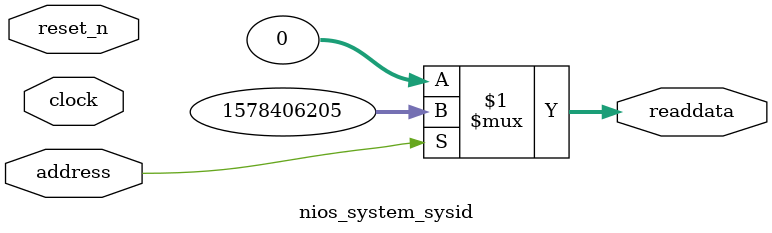
<source format=v>

`timescale 1ns / 1ps
// synthesis translate_on

// turn off superfluous verilog processor warnings 
// altera message_level Level1 
// altera message_off 10034 10035 10036 10037 10230 10240 10030 

module nios_system_sysid (
               // inputs:
                address,
                clock,
                reset_n,

               // outputs:
                readdata
             )
;

  output  [ 31: 0] readdata;
  input            address;
  input            clock;
  input            reset_n;

  wire    [ 31: 0] readdata;
  //control_slave, which is an e_avalon_slave
  assign readdata = address ? 1578406205 : 0;

endmodule




</source>
